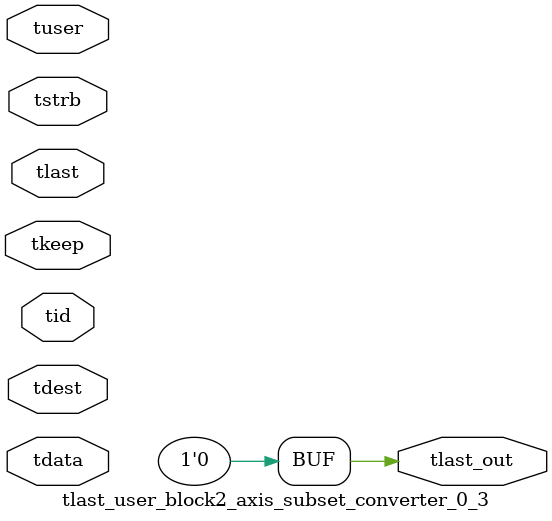
<source format=v>


`timescale 1ps/1ps

module tlast_user_block2_axis_subset_converter_0_3 #
(
parameter C_S_AXIS_TID_WIDTH   = 1,
parameter C_S_AXIS_TUSER_WIDTH = 0,
parameter C_S_AXIS_TDATA_WIDTH = 0,
parameter C_S_AXIS_TDEST_WIDTH = 0
)
(
input  [(C_S_AXIS_TID_WIDTH   == 0 ? 1 : C_S_AXIS_TID_WIDTH)-1:0       ] tid,
input  [(C_S_AXIS_TDATA_WIDTH == 0 ? 1 : C_S_AXIS_TDATA_WIDTH)-1:0     ] tdata,
input  [(C_S_AXIS_TUSER_WIDTH == 0 ? 1 : C_S_AXIS_TUSER_WIDTH)-1:0     ] tuser,
input  [(C_S_AXIS_TDEST_WIDTH == 0 ? 1 : C_S_AXIS_TDEST_WIDTH)-1:0     ] tdest,
input  [(C_S_AXIS_TDATA_WIDTH/8)-1:0 ] tkeep,
input  [(C_S_AXIS_TDATA_WIDTH/8)-1:0 ] tstrb,
input  [0:0]                                                             tlast,
output                                                                   tlast_out
);

assign tlast_out = {1'b0};

endmodule


</source>
